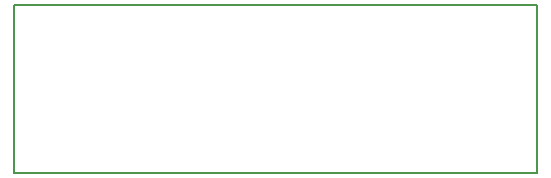
<source format=gbr>
G04 DipTrace 3.0.0.2*
G04 BoardOutline.gbr*
%MOIN*%
G04 #@! TF.FileFunction,Profile*
G04 #@! TF.Part,Single*
%ADD11C,0.005512*%
%FSLAX26Y26*%
G04*
G70*
G90*
G75*
G01*
G04 BoardOutline*
%LPD*%
X393701Y393701D2*
D11*
X2138701D1*
Y953701D1*
X393701D1*
Y393701D1*
M02*

</source>
